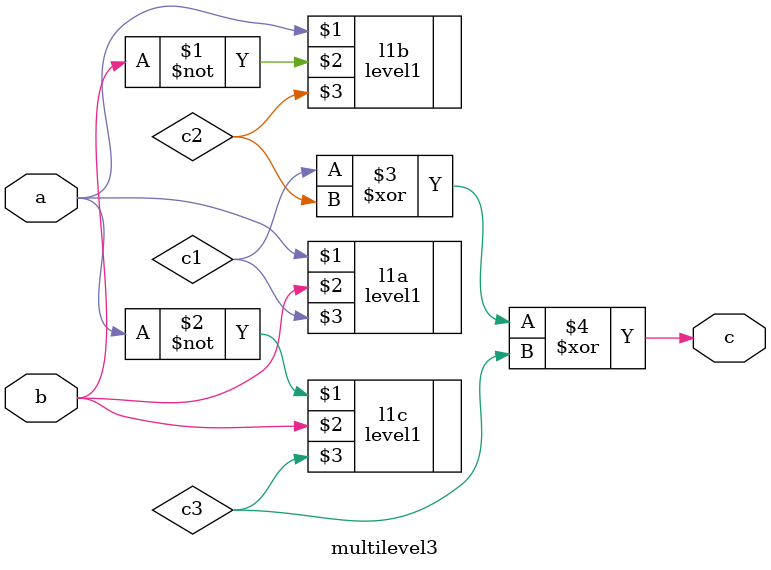
<source format=v>
module multilevel3(
  input  wire a,
  input  wire b,
  output wire c
);

wire c1, c2, c3;

level1 l1a(  a,  b, c1 );
level1 l1b(  a, ~b, c2 );
level1 l1c( ~a,  b, c3 );

assign c = c1 ^ c2 ^ c3;

endmodule

</source>
